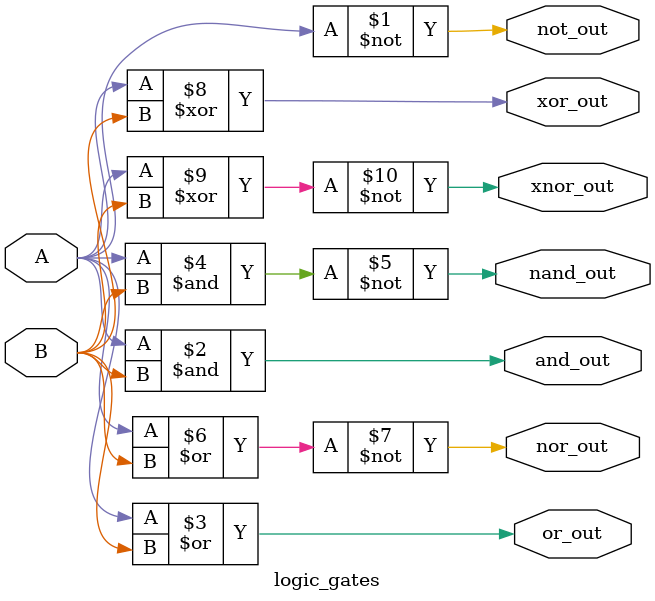
<source format=v>
module logic_gates(
    input A, B, 
    output not_out, and_out, or_out, nand_out, nor_out, xor_out, xnor_out
);
    //Basic gates 
    assign not_out = ~A;
    assign and_out = A & B; 
    assign or_out = A | B;

    //Universal gates
    assign nand_out = ~( A & B );
    assign nor_out = ~( A | B );

    //Exclusive or Arithmetic gates
    assign xor_out = A ^ B;
    assign xnor_out = ~( A ^ B );
endmodule
</source>
